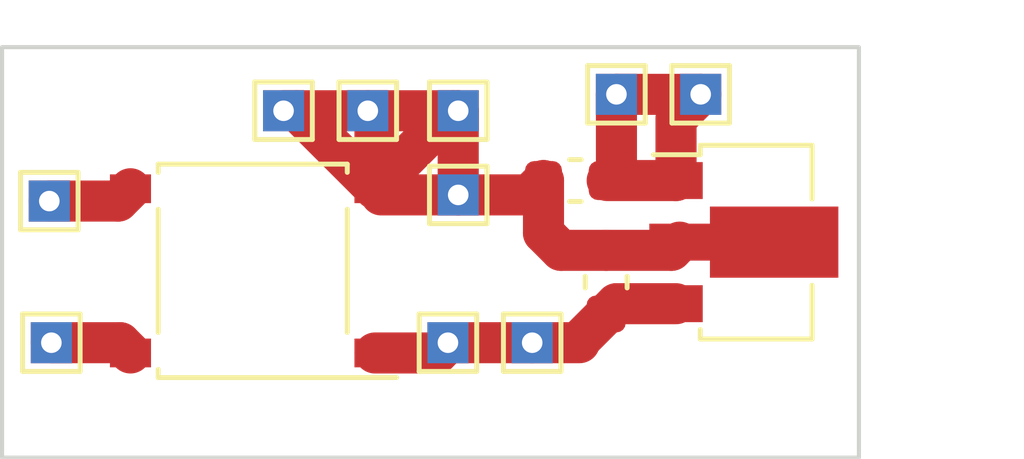
<source format=kicad_pcb>
(kicad_pcb (version 20221018) (generator pcbnew)
  (title_block (comment 4 "AISLER Project ID: XSRFXCOV"))
  (layers (0 "F.Cu" signal) (31 "B.Cu" signal) (34 "B.Paste" user) (35 "F.Paste" user) (36 "B.SilkS" user "B.Silkscreen") (37 "F.SilkS" user "F.Silkscreen") (38 "B.Mask" user) (39 "F.Mask" user) (44 "Edge.Cuts" user))
  (net 0 "")
  (net 1 "+3.3V")
  (net 2 "GND")
  (net 3 "VD")
  (net 4 "+12V")
  (net 5 "GND1")
  (footprint "Capacitor_SMD:C_0603_1608Metric" (layer "F.Cu") (at 87.65 63.975 90)
    (fp_text reference "C2" hide)
    (fp_text value "10uF")
    (fp_line (start -0.14058 -0.51) (end 0.14058 -0.51) (stroke (width 0.12)) (layer "F.SilkS"))
    (fp_line (start -0.14058 0.51) (end 0.14058 0.51) (stroke (width 0.12)) (layer "F.SilkS"))
    (pad "1" smd roundrect (at -0.775 0 90) (size 0.9 0.95) (layers "F.Cu" "F.Paste" "F.Mask") (net 3 "VD"))
    (pad "2" smd roundrect (at 0.775 0 90) (size 0.9 0.95) (layers "F.Cu" "F.Paste" "F.Mask") (net 2 "GND"))
  )
  (footprint "Diode_SMD:Diode_Bridge_Diotec_ABS" (layer "F.Cu") (at 79.05 63.7 180)
    (fp_text reference "D3" hide)
    (fp_text value "ABS2")
    (fp_line (start -2.3 1.5) (end -2.3 -1.5) (stroke (width 0.12)) (layer "F.SilkS"))
    (fp_line (start -2.3 2.6) (end -2.3 2.4) (stroke (width 0.12)) (layer "F.SilkS"))
    (fp_line (start 2.3 -2.6) (end -3.5 -2.6) (stroke (width 0.12)) (layer "F.SilkS"))
    (fp_line (start 2.3 -2.4) (end 2.3 -2.6) (stroke (width 0.12)) (layer "F.SilkS"))
    (fp_line (start 2.3 -1.5) (end 2.3 1.5) (stroke (width 0.12)) (layer "F.SilkS"))
    (fp_line (start 2.3 2.4) (end 2.3 2.6) (stroke (width 0.12)) (layer "F.SilkS"))
    (fp_line (start 2.3 2.6) (end -2.3 2.6) (stroke (width 0.12)) (layer "F.SilkS"))
    (pad "1" smd rect (at -2.975 -2 180) (size 1 0.7) (layers "F.Cu" "F.Paste" "F.Mask") (net 3 "VD"))
    (pad "2" smd rect (at -2.975 2 180) (size 1 0.7) (layers "F.Cu" "F.Paste" "F.Mask") (net 2 "GND"))
    (pad "3" smd rect (at 2.975 2 180) (size 1 0.7) (layers "F.Cu" "F.Paste" "F.Mask") (net 5 "GND1"))
    (pad "4" smd rect (at 2.975 -2 180) (size 1 0.7) (layers "F.Cu" "F.Paste" "F.Mask") (net 4 "+12V"))
  )
  (footprint "TestPoint:TestPoint_THTPad_1.0x1.0mm_Drill0.5mm" (layer "F.Cu") (at 79.8 59.8)
    (fp_text reference "J2" hide)
    (fp_text value "G")
    (fp_line (start -0.7 -0.7) (end 0.7 -0.7) (stroke (width 0.12)) (layer "F.SilkS"))
    (fp_line (start -0.7 0.7) (end -0.7 -0.7) (stroke (width 0.12)) (layer "F.SilkS"))
    (fp_line (start 0.7 -0.7) (end 0.7 0.7) (stroke (width 0.12)) (layer "F.SilkS"))
    (fp_line (start 0.7 0.7) (end -0.7 0.7) (stroke (width 0.12)) (layer "F.SilkS"))
    (pad "1" thru_hole rect (at 0 0) (size 1 1) (drill 0.5) (layers "*.Cu" "*.Mask") (net 2 "GND"))
  )
  (footprint "TestPoint:TestPoint_THTPad_1.0x1.0mm_Drill0.5mm" (layer "F.Cu") (at 87.9 59.4)
    (fp_text reference "J7" hide)
    (fp_text value "3")
    (fp_line (start -0.7 -0.7) (end 0.7 -0.7) (stroke (width 0.12)) (layer "F.SilkS"))
    (fp_line (start -0.7 0.7) (end -0.7 -0.7) (stroke (width 0.12)) (layer "F.SilkS"))
    (fp_line (start 0.7 -0.7) (end 0.7 0.7) (stroke (width 0.12)) (layer "F.SilkS"))
    (fp_line (start 0.7 0.7) (end -0.7 0.7) (stroke (width 0.12)) (layer "F.SilkS"))
    (pad "1" thru_hole rect (at 0 0) (size 1 1) (drill 0.5) (layers "*.Cu" "*.Mask") (net 1 "+3.3V"))
  )
  (footprint "TestPoint:TestPoint_THTPad_1.0x1.0mm_Drill0.5mm" (layer "F.Cu") (at 85.85 65.45)
    (fp_text reference "J5" hide)
    (fp_text value "12")
    (fp_line (start -0.7 -0.7) (end 0.7 -0.7) (stroke (width 0.12)) (layer "F.SilkS"))
    (fp_line (start -0.7 0.7) (end -0.7 -0.7) (stroke (width 0.12)) (layer "F.SilkS"))
    (fp_line (start 0.7 -0.7) (end 0.7 0.7) (stroke (width 0.12)) (layer "F.SilkS"))
    (fp_line (start 0.7 0.7) (end -0.7 0.7) (stroke (width 0.12)) (layer "F.SilkS"))
    (pad "1" thru_hole rect (at 0 0) (size 1 1) (drill 0.5) (layers "*.Cu" "*.Mask") (net 3 "VD"))
  )
  (footprint "Package_TO_SOT_SMD:SOT-89-3" (layer "F.Cu") (at 91.3 63)
    (fp_text reference "U2" hide)
    (fp_text value "AP7381-33Y-13")
    (fp_line (start -2.5 -2.13) (end -1.36 -2.13) (stroke (width 0.12)) (layer "F.SilkS"))
    (fp_line (start -1.36 -2.36) (end -1.36 -2.13) (stroke (width 0.12)) (layer "F.SilkS"))
    (fp_line (start -1.36 -2.36) (end 1.36 -2.36) (stroke (width 0.12)) (layer "F.SilkS"))
    (fp_line (start -1.36 2.36) (end -1.36 2.13) (stroke (width 0.12)) (layer "F.SilkS"))
    (fp_line (start 1.36 -2.36) (end 1.36 -1.05) (stroke (width 0.12)) (layer "F.SilkS"))
    (fp_line (start 1.36 1.05) (end 1.36 2.36) (stroke (width 0.12)) (layer "F.SilkS"))
    (fp_line (start 1.36 2.36) (end -1.36 2.36) (stroke (width 0.12)) (layer "F.SilkS"))
    (pad "1" smd rect (at -1.95 -1.5) (size 1.3 0.9) (layers "F.Cu" "F.Paste" "F.Mask") (net 1 "+3.3V"))
    (pad "2" smd custom (at -1.8625 0) (size 1.475 0.9) (layers "F.Cu" "F.Paste" "F.Mask") (net 2 "GND") (options (clearance outline) (anchor rect)) (primitives (gr_poly (pts (xy 3.8625 0.8665) (xy 0.7375 0.8665) (xy 0.7375 -0.8665) (xy 3.8625 -0.8665)) (width 0) (fill yes))))
    (pad "3" smd rect (at -1.95 1.5) (size 1.3 0.9) (layers "F.Cu" "F.Paste" "F.Mask") (net 3 "VD"))
  )
  (footprint "TestPoint:TestPoint_THTPad_1.0x1.0mm_Drill0.5mm" (layer "F.Cu") (at 84.05 61.85)
    (fp_text reference "J6" hide)
    (fp_text value "G")
    (fp_line (start -0.7 -0.7) (end 0.7 -0.7) (stroke (width 0.12)) (layer "F.SilkS"))
    (fp_line (start -0.7 0.7) (end -0.7 -0.7) (stroke (width 0.12)) (layer "F.SilkS"))
    (fp_line (start 0.7 -0.7) (end 0.7 0.7) (stroke (width 0.12)) (layer "F.SilkS"))
    (fp_line (start 0.7 0.7) (end -0.7 0.7) (stroke (width 0.12)) (layer "F.SilkS"))
    (pad "1" thru_hole rect (at 0 0) (size 1 1) (drill 0.5) (layers "*.Cu" "*.Mask") (net 2 "GND"))
  )
  (footprint "TestPoint:TestPoint_THTPad_1.0x1.0mm_Drill0.5mm" (layer "F.Cu") (at 84.05 59.8)
    (fp_text reference "J4" hide)
    (fp_text value "G")
    (fp_line (start -0.7 -0.7) (end 0.7 -0.7) (stroke (width 0.12)) (layer "F.SilkS"))
    (fp_line (start -0.7 0.7) (end -0.7 -0.7) (stroke (width 0.12)) (layer "F.SilkS"))
    (fp_line (start 0.7 -0.7) (end 0.7 0.7) (stroke (width 0.12)) (layer "F.SilkS"))
    (fp_line (start 0.7 0.7) (end -0.7 0.7) (stroke (width 0.12)) (layer "F.SilkS"))
    (pad "1" thru_hole rect (at 0 0) (size 1 1) (drill 0.5) (layers "*.Cu" "*.Mask") (net 2 "GND"))
  )
  (footprint "TestPoint:TestPoint_THTPad_1.0x1.0mm_Drill0.5mm" (layer "F.Cu") (at 74.15 65.45)
    (fp_text reference "T1" hide)
    (fp_text value "T1")
    (fp_line (start -0.7 -0.7) (end 0.7 -0.7) (stroke (width 0.12)) (layer "F.SilkS"))
    (fp_line (start -0.7 0.7) (end -0.7 -0.7) (stroke (width 0.12)) (layer "F.SilkS"))
    (fp_line (start 0.7 -0.7) (end 0.7 0.7) (stroke (width 0.12)) (layer "F.SilkS"))
    (fp_line (start 0.7 0.7) (end -0.7 0.7) (stroke (width 0.12)) (layer "F.SilkS"))
    (pad "1" thru_hole rect (at 0 0) (size 1 1) (drill 0.5) (layers "*.Cu" "*.Mask") (net 4 "+12V"))
  )
  (footprint "TestPoint:TestPoint_THTPad_1.0x1.0mm_Drill0.5mm" (layer "F.Cu") (at 83.8 65.45)
    (fp_text reference "J1" hide)
    (fp_text value "12")
    (fp_line (start -0.7 -0.7) (end 0.7 -0.7) (stroke (width 0.12)) (layer "F.SilkS"))
    (fp_line (start -0.7 0.7) (end -0.7 -0.7) (stroke (width 0.12)) (layer "F.SilkS"))
    (fp_line (start 0.7 -0.7) (end 0.7 0.7) (stroke (width 0.12)) (layer "F.SilkS"))
    (fp_line (start 0.7 0.7) (end -0.7 0.7) (stroke (width 0.12)) (layer "F.SilkS"))
    (pad "1" thru_hole rect (at 0 0) (size 1 1) (drill 0.5) (layers "*.Cu" "*.Mask") (net 3 "VD"))
  )
  (footprint "TestPoint:TestPoint_THTPad_1.0x1.0mm_Drill0.5mm" (layer "F.Cu") (at 74.1 62)
    (fp_text reference "T2" hide)
    (fp_text value "T2")
    (fp_line (start -0.7 -0.7) (end 0.7 -0.7) (stroke (width 0.12)) (layer "F.SilkS"))
    (fp_line (start -0.7 0.7) (end -0.7 -0.7) (stroke (width 0.12)) (layer "F.SilkS"))
    (fp_line (start 0.7 -0.7) (end 0.7 0.7) (stroke (width 0.12)) (layer "F.SilkS"))
    (fp_line (start 0.7 0.7) (end -0.7 0.7) (stroke (width 0.12)) (layer "F.SilkS"))
    (pad "1" thru_hole rect (at 0 0) (size 1 1) (drill 0.5) (layers "*.Cu" "*.Mask") (net 5 "GND1"))
  )
  (footprint "TestPoint:TestPoint_THTPad_1.0x1.0mm_Drill0.5mm" (layer "F.Cu") (at 81.85 59.8)
    (fp_text reference "J8" hide)
    (fp_text value "G")
    (fp_line (start -0.7 -0.7) (end 0.7 -0.7) (stroke (width 0.12)) (layer "F.SilkS"))
    (fp_line (start -0.7 0.7) (end -0.7 -0.7) (stroke (width 0.12)) (layer "F.SilkS"))
    (fp_line (start 0.7 -0.7) (end 0.7 0.7) (stroke (width 0.12)) (layer "F.SilkS"))
    (fp_line (start 0.7 0.7) (end -0.7 0.7) (stroke (width 0.12)) (layer "F.SilkS"))
    (pad "1" thru_hole rect (at 0 0) (size 1 1) (drill 0.5) (layers "*.Cu" "*.Mask") (net 2 "GND"))
  )
  (footprint "Capacitor_SMD:C_0603_1608Metric" (layer "F.Cu") (at 86.9 61.5 180)
    (fp_text reference "C1" hide)
    (fp_text value "10uF")
    (fp_line (start -0.14058 -0.51) (end 0.14058 -0.51) (stroke (width 0.12)) (layer "F.SilkS"))
    (fp_line (start -0.14058 0.51) (end 0.14058 0.51) (stroke (width 0.12)) (layer "F.SilkS"))
    (pad "1" smd roundrect (at -0.775 0 180) (size 0.9 0.95) (layers "F.Cu" "F.Paste" "F.Mask") (net 1 "+3.3V"))
    (pad "2" smd roundrect (at 0.775 0 180) (size 0.9 0.95) (layers "F.Cu" "F.Paste" "F.Mask") (net 2 "GND"))
  )
  (footprint "TestPoint:TestPoint_THTPad_1.0x1.0mm_Drill0.5mm" (layer "F.Cu") (at 89.95 59.4)
    (fp_text reference "J3" hide)
    (fp_text value "3")
    (fp_line (start -0.7 -0.7) (end 0.7 -0.7) (stroke (width 0.12)) (layer "F.SilkS"))
    (fp_line (start -0.7 0.7) (end -0.7 -0.7) (stroke (width 0.12)) (layer "F.SilkS"))
    (fp_line (start 0.7 -0.7) (end 0.7 0.7) (stroke (width 0.12)) (layer "F.SilkS"))
    (fp_line (start 0.7 0.7) (end -0.7 0.7) (stroke (width 0.12)) (layer "F.SilkS"))
    (pad "1" thru_hole rect (at 0 0) (size 1 1) (drill 0.5) (layers "*.Cu" "*.Mask") (net 1 "+3.3V"))
  )
  (gr_rect (start 72.95 58.25) (end 93.8 68.25) (stroke (width 0.1)) (fill none) (layer "Edge.Cuts"))
  (segment (start 89.95 59.4) (end 87.9 59.4) (width 1) (layer "F.Cu") (net 1))
  (segment (start 89.35 61.5) (end 89.35 60) (width 1) (layer "F.Cu") (net 1))
  (segment (start 87.9 59.4) (end 87.9 61.275) (width 1) (layer "F.Cu") (net 1))
  (segment (start 87.9 61.275) (end 87.675 61.5) (width 0.5) (layer "F.Cu") (net 1))
  (segment (start 89.35 60) (end 89.95 59.4) (width 1) (layer "F.Cu") (net 1))
  (segment (start 87.675 61.5) (end 89.35 61.5) (width 1) (layer "F.Cu") (net 1))
  (segment (start 79.8 59.8) (end 80.125 59.8) (width 0.5) (layer "F.Cu") (net 2))
  (segment (start 80.125 59.8) (end 82.025 61.7) (width 1) (layer "F.Cu") (net 2))
  (segment (start 87.65 63.2) (end 89.2375 63.2) (width 1) (layer "F.Cu") (net 2))
  (segment (start 79.8 59.8) (end 81.85 59.8) (width 1) (layer "F.Cu") (net 2))
  (segment (start 84.05 61.85) (end 82.175 61.85) (width 1) (layer "F.Cu") (net 2))
  (segment (start 83.925 59.8) (end 84.05 59.8) (width 0.25) (layer "F.Cu") (net 2))
  (segment (start 85.775 61.85) (end 86.125 61.5) (width 1) (layer "F.Cu") (net 2))
  (segment (start 84.05 59.8) (end 84.05 61.85) (width 1) (layer "F.Cu") (net 2))
  (segment (start 86.125 61.5) (end 86.125 62.775) (width 1) (layer "F.Cu") (net 2))
  (segment (start 81.85 59.8) (end 84.05 59.8) (width 1) (layer "F.Cu") (net 2))
  (segment (start 82.025 59.975) (end 81.85 59.8) (width 0.25) (layer "F.Cu") (net 2))
  (segment (start 86.125 62.775) (end 86.55 63.2) (width 1) (layer "F.Cu") (net 2))
  (segment (start 84.05 61.85) (end 85.775 61.85) (width 1) (layer "F.Cu") (net 2))
  (segment (start 82.025 61.7) (end 83.925 59.8) (width 1) (layer "F.Cu") (net 2))
  (segment (start 89.2375 63.2) (end 89.4375 63) (width 1) (layer "F.Cu") (net 2))
  (segment (start 82.175 61.85) (end 82.025 61.7) (width 0.25) (layer "F.Cu") (net 2))
  (segment (start 82.025 61.7) (end 82.025 59.975) (width 1) (layer "F.Cu") (net 2))
  (segment (start 86.55 63.2) (end 87.65 63.2) (width 1) (layer "F.Cu") (net 2))
  (segment (start 87 65.4) (end 87 65.45) (width 0.25) (layer "F.Cu") (net 3))
  (segment (start 87.65 64.75) (end 87 65.4) (width 1) (layer "F.Cu") (net 3))
  (segment (start 82.025 65.7) (end 83.55 65.7) (width 1) (layer "F.Cu") (net 3))
  (segment (start 83.55 65.7) (end 83.8 65.45) (width 1) (layer "F.Cu") (net 3))
  (segment (start 83.8 65.45) (end 85.85 65.45) (width 1) (layer "F.Cu") (net 3))
  (segment (start 89.35 64.5) (end 87.9 64.5) (width 1) (layer "F.Cu") (net 3))
  (segment (start 87 65.45) (end 85.85 65.45) (width 1) (layer "F.Cu") (net 3))
  (segment (start 87.9 64.5) (end 87.65 64.75) (width 1) (layer "F.Cu") (net 3))
  (segment (start 74.15 65.45) (end 75.825 65.45) (width 1) (layer "F.Cu") (net 4))
  (segment (start 75.825 65.45) (end 76.075 65.7) (width 1) (layer "F.Cu") (net 4))
  (segment (start 74.1 62) (end 75.775 62) (width 1) (layer "F.Cu") (net 5))
  (segment (start 75.775 62) (end 76.075 61.7) (width 1) (layer "F.Cu") (net 5))
)
</source>
